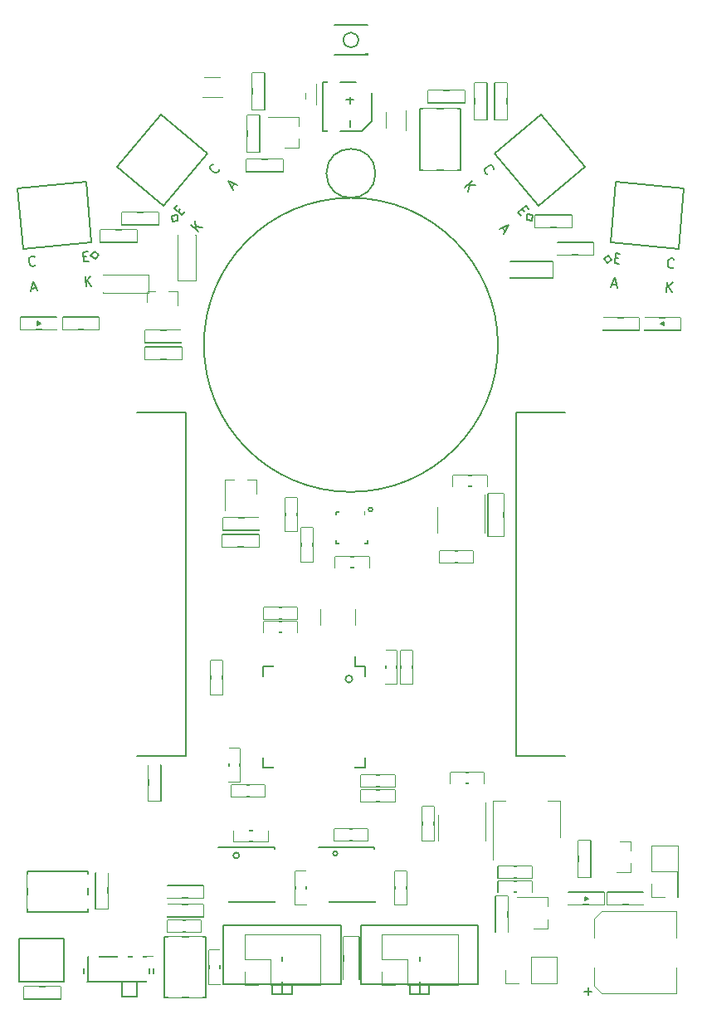
<source format=gto>
G04 #@! TF.GenerationSoftware,KiCad,Pcbnew,(5.0.0)*
G04 #@! TF.CreationDate,2019-01-08T13:39:35+09:00*
G04 #@! TF.ProjectId,novem,6E6F76656D2E6B696361645F70636200,rev?*
G04 #@! TF.SameCoordinates,PX3473bc0PY17d7840*
G04 #@! TF.FileFunction,Legend,Top*
G04 #@! TF.FilePolarity,Positive*
%FSLAX46Y46*%
G04 Gerber Fmt 4.6, Leading zero omitted, Abs format (unit mm)*
G04 Created by KiCad (PCBNEW (5.0.0)) date 01/08/19 13:39:35*
%MOMM*%
%LPD*%
G01*
G04 APERTURE LIST*
%ADD10C,0.200000*%
%ADD11C,0.150000*%
%ADD12C,0.120000*%
%ADD13C,0.050000*%
%ADD14R,1.400000X2.000000*%
%ADD15R,1.600000X1.150000*%
%ADD16R,2.000000X2.400000*%
%ADD17R,1.150000X1.600000*%
%ADD18R,1.600000X1.300000*%
%ADD19R,2.400000X2.200000*%
%ADD20R,1.200000X2.900000*%
%ADD21R,4.400000X2.900000*%
%ADD22O,2.100000X2.100000*%
%ADD23R,2.100000X2.100000*%
%ADD24C,2.200000*%
%ADD25C,0.100000*%
%ADD26R,1.200000X1.000000*%
%ADD27R,1.700000X1.300000*%
%ADD28R,2.300000X1.200000*%
%ADD29R,1.200000X2.300000*%
%ADD30R,1.300000X1.600000*%
%ADD31R,1.900000X1.700000*%
%ADD32R,1.700000X1.900000*%
%ADD33C,1.924000*%
%ADD34R,1.600000X1.200000*%
%ADD35R,1.100000X1.700000*%
%ADD36R,4.200000X2.400000*%
%ADD37R,1.900000X2.400000*%
%ADD38R,1.400000X0.600000*%
%ADD39R,0.600000X1.400000*%
%ADD40R,1.250000X1.250000*%
%ADD41O,1.250000X1.250000*%
%ADD42R,2.000000X0.650000*%
%ADD43R,0.650000X2.000000*%
%ADD44R,1.400000X0.800000*%
%ADD45C,1.150000*%
%ADD46R,1.100000X2.900000*%
%ADD47R,1.400000X2.900000*%
%ADD48R,2.400000X1.200000*%
%ADD49R,1.100000X1.900000*%
%ADD50R,1.400000X1.900000*%
%ADD51R,1.900000X1.650000*%
%ADD52R,1.650000X1.900000*%
%ADD53R,2.000000X1.400000*%
%ADD54R,2.400000X2.000000*%
%ADD55R,1.000000X3.000000*%
G04 APERTURE END LIST*
D10*
X36700000Y-49800000D02*
G75*
G03X36700000Y-49800000I-200000J0D01*
G01*
X34660555Y-67100000D02*
G75*
G03X34660555Y-67100000I-360555J0D01*
G01*
X33123607Y-84900000D02*
G75*
G03X33123607Y-84900000I-223607J0D01*
G01*
X23100000Y-85100000D02*
G75*
G03X23100000Y-85100000I-300000J0D01*
G01*
X37001999Y-15500000D02*
G75*
G03X37001999Y-15500000I-2501999J0D01*
G01*
X27500000Y-99257200D02*
X28500000Y-99257200D01*
X27500000Y-99257200D02*
X26500000Y-99257200D01*
X27500000Y-95257200D02*
X27500000Y-98257200D01*
X21500000Y-98257200D02*
X33500000Y-98257200D01*
X56350000Y-74923926D02*
X51350000Y-74923926D01*
X21500000Y-92257200D02*
X21500000Y-98257200D01*
X51350000Y-74923926D02*
X51350000Y-39923926D01*
X33500000Y-98257200D02*
X33500000Y-92257200D01*
X26500000Y-99257200D02*
X26500000Y-98257200D01*
X27500000Y-98257200D02*
X27500000Y-99257200D01*
X47500000Y-98257200D02*
X35500000Y-98257200D01*
X35500000Y-92257200D02*
X47500000Y-92257200D01*
X35500000Y-98257200D02*
X35500000Y-92257200D01*
X33500000Y-92257200D02*
X21500000Y-92257200D01*
X56350000Y-39923926D02*
X51350000Y-39923926D01*
X41500000Y-95257200D02*
X41500000Y-98257200D01*
X47500000Y-92257200D02*
X47500000Y-98257200D01*
X28500000Y-99257200D02*
X28500000Y-98257200D01*
X49500000Y-33007200D02*
G75*
G03X49500000Y-33007200I-15000000J0D01*
G01*
X15123174Y-9490197D02*
X10623661Y-14852508D01*
X7650000Y-98007200D02*
X7650000Y-95407200D01*
X15373136Y-18837792D02*
X10623661Y-14852508D01*
X7650000Y-95407200D02*
X14350000Y-95407200D01*
X7473363Y-16397110D02*
X500000Y-17007200D01*
X12650000Y-74923926D02*
X12800000Y-74923926D01*
X53876826Y-9490197D02*
X58376339Y-14852508D01*
X49127350Y-13475480D02*
X53876826Y-9490197D01*
X53626864Y-18837792D02*
X58376339Y-14852508D01*
X8013728Y-22573517D02*
X1040366Y-23183607D01*
X67959634Y-23183607D02*
X68500000Y-17007200D01*
X19872650Y-13475480D02*
X15373136Y-18837792D01*
X56350000Y-74923926D02*
X56200000Y-74923926D01*
X17650000Y-74923926D02*
X17650000Y-39923926D01*
X12650000Y-99507200D02*
X11150000Y-99507200D01*
X12650000Y-39923926D02*
X17650000Y-39923926D01*
X12650000Y-98007200D02*
X12650000Y-99507200D01*
X49127350Y-13475480D02*
X53626864Y-18837792D01*
X67959634Y-23183607D02*
X60986272Y-22573517D01*
X1040366Y-23183607D02*
X500000Y-17007200D01*
X11150000Y-99507200D02*
X11150000Y-98007200D01*
X12650000Y-74923926D02*
X17650000Y-74923926D01*
X14350000Y-98007200D02*
X14350000Y-95407200D01*
X61526637Y-16397110D02*
X68500000Y-17007200D01*
X60986272Y-22573517D02*
X61526637Y-16397110D01*
X19872650Y-13475480D02*
X15123174Y-9490197D01*
X8013728Y-22573517D02*
X7473363Y-16397110D01*
X41500000Y-99257200D02*
X42500000Y-99257200D01*
X40500000Y-99257200D02*
X40500000Y-98257200D01*
X41500000Y-98257200D02*
X41500000Y-99257200D01*
X42500000Y-99257200D02*
X42500000Y-98257200D01*
X41500000Y-99257200D02*
X40500000Y-99257200D01*
D11*
G04 #@! TO.C,SW3*
X15500000Y-93400000D02*
X19700000Y-93400000D01*
X15500000Y-99600000D02*
X15500000Y-93400000D01*
X19700000Y-99600000D02*
X15500000Y-99600000D01*
X19700000Y-93400000D02*
X19700000Y-99600000D01*
G04 #@! TO.C,C15*
X25585500Y-61228500D02*
X25585500Y-62371500D01*
X29014500Y-61228500D02*
X25585500Y-61228500D01*
X29014500Y-62371500D02*
X29014500Y-61228500D01*
X25585500Y-62371500D02*
X29014500Y-62371500D01*
G04 #@! TO.C,SW2*
X45700000Y-8950000D02*
X45700000Y-15150000D01*
X45700000Y-15150000D02*
X41500000Y-15150000D01*
X41500000Y-15150000D02*
X41500000Y-8950000D01*
X41500000Y-8950000D02*
X45700000Y-8950000D01*
D12*
G04 #@! TO.C,C7*
X38080000Y-9100000D02*
X38080000Y-11100000D01*
X40120000Y-11100000D02*
X40120000Y-9100000D01*
D11*
G04 #@! TO.C,C22*
X22028500Y-74185500D02*
X22028500Y-77614500D01*
X22028500Y-77614500D02*
X23171500Y-77614500D01*
X23171500Y-77614500D02*
X23171500Y-74185500D01*
X23171500Y-74185500D02*
X22028500Y-74185500D01*
G04 #@! TO.C,R10*
X19441500Y-90065000D02*
X19441500Y-91335000D01*
X15758500Y-90065000D02*
X15758500Y-91335000D01*
X19441500Y-91335000D02*
X15758500Y-91335000D01*
X15758500Y-90065000D02*
X19441500Y-90065000D01*
G04 #@! TO.C,C17*
X40171500Y-86685500D02*
X39028500Y-86685500D01*
X40171500Y-90114500D02*
X40171500Y-86685500D01*
X39028500Y-90114500D02*
X40171500Y-90114500D01*
X39028500Y-86685500D02*
X39028500Y-90114500D01*
G04 #@! TO.C,BZ1*
X31600000Y-11200000D02*
X31600000Y-6200000D01*
X36600000Y-10200000D02*
X35600000Y-11200000D01*
X35600000Y-11200000D02*
X33400000Y-11200000D01*
X32100000Y-6200000D02*
X31600000Y-6200000D01*
X32100000Y-11200000D02*
X31600000Y-11200000D01*
X35000000Y-6200000D02*
X33400000Y-6200000D01*
X36600000Y-7200000D02*
X36600000Y-10200000D01*
X34400000Y-7700000D02*
X34400000Y-8400000D01*
X34800000Y-8000000D02*
X34000000Y-8000000D01*
X34400000Y-10200000D02*
X34400000Y-10800000D01*
X34400000Y-10100000D02*
X34400000Y-10400000D01*
D12*
G04 #@! TO.C,C1*
X59310000Y-98430000D02*
X59310000Y-96510000D01*
X59310000Y-91570000D02*
X59310000Y-93490000D01*
X67690000Y-99190000D02*
X67690000Y-96510000D01*
X67690000Y-90810000D02*
X67690000Y-93490000D01*
X67690000Y-99190000D02*
X60070000Y-99190000D01*
X60070000Y-99190000D02*
X59310000Y-98430000D01*
X59310000Y-91570000D02*
X60070000Y-90810000D01*
X60070000Y-90810000D02*
X67690000Y-90810000D01*
D11*
G04 #@! TO.C,C2*
X52964500Y-88871500D02*
X52964500Y-87728500D01*
X49535500Y-88871500D02*
X52964500Y-88871500D01*
X49535500Y-87728500D02*
X49535500Y-88871500D01*
X52964500Y-87728500D02*
X49535500Y-87728500D01*
G04 #@! TO.C,C3*
X52964500Y-86228500D02*
X49535500Y-86228500D01*
X49535500Y-86228500D02*
X49535500Y-87371500D01*
X49535500Y-87371500D02*
X52964500Y-87371500D01*
X52964500Y-87371500D02*
X52964500Y-86228500D01*
G04 #@! TO.C,C9*
X32935500Y-54628500D02*
X32935500Y-55771500D01*
X36364500Y-54628500D02*
X32935500Y-54628500D01*
X36364500Y-55771500D02*
X36364500Y-54628500D01*
X32935500Y-55771500D02*
X36364500Y-55771500D01*
G04 #@! TO.C,C10*
X28971500Y-48585500D02*
X27828500Y-48585500D01*
X28971500Y-52014500D02*
X28971500Y-48585500D01*
X27828500Y-52014500D02*
X28971500Y-52014500D01*
X27828500Y-48585500D02*
X27828500Y-52014500D01*
G04 #@! TO.C,C11*
X29971500Y-86685500D02*
X28828500Y-86685500D01*
X29971500Y-90114500D02*
X29971500Y-86685500D01*
X28828500Y-90114500D02*
X29971500Y-90114500D01*
X28828500Y-86685500D02*
X28828500Y-90114500D01*
G04 #@! TO.C,C12*
X22585500Y-82528500D02*
X22585500Y-83671500D01*
X26014500Y-82528500D02*
X22585500Y-82528500D01*
X26014500Y-83671500D02*
X26014500Y-82528500D01*
X22585500Y-83671500D02*
X26014500Y-83671500D01*
G04 #@! TO.C,C13*
X29428500Y-51685500D02*
X29428500Y-55114500D01*
X29428500Y-55114500D02*
X30571500Y-55114500D01*
X30571500Y-55114500D02*
X30571500Y-51685500D01*
X30571500Y-51685500D02*
X29428500Y-51685500D01*
G04 #@! TO.C,C14*
X21171500Y-94785500D02*
X20028500Y-94785500D01*
X21171500Y-98214500D02*
X21171500Y-94785500D01*
X20028500Y-98214500D02*
X21171500Y-98214500D01*
X20028500Y-94785500D02*
X20028500Y-98214500D01*
G04 #@! TO.C,C16*
X25585500Y-60971500D02*
X29014500Y-60971500D01*
X29014500Y-60971500D02*
X29014500Y-59828500D01*
X29014500Y-59828500D02*
X25585500Y-59828500D01*
X25585500Y-59828500D02*
X25585500Y-60971500D01*
G04 #@! TO.C,C18*
X32785500Y-83571500D02*
X36214500Y-83571500D01*
X36214500Y-83571500D02*
X36214500Y-82428500D01*
X36214500Y-82428500D02*
X32785500Y-82428500D01*
X32785500Y-82428500D02*
X32785500Y-83571500D01*
G04 #@! TO.C,C19*
X38028500Y-64185500D02*
X38028500Y-67614500D01*
X38028500Y-67614500D02*
X39171500Y-67614500D01*
X39171500Y-67614500D02*
X39171500Y-64185500D01*
X39171500Y-64185500D02*
X38028500Y-64185500D01*
G04 #@! TO.C,C20*
X40771500Y-64185500D02*
X39628500Y-64185500D01*
X40771500Y-67614500D02*
X40771500Y-64185500D01*
X39628500Y-67614500D02*
X40771500Y-67614500D01*
X39628500Y-64185500D02*
X39628500Y-67614500D01*
G04 #@! TO.C,C21*
X20238500Y-68664500D02*
X21381500Y-68664500D01*
X20238500Y-65235500D02*
X20238500Y-68664500D01*
X21381500Y-65235500D02*
X20238500Y-65235500D01*
X21381500Y-68664500D02*
X21381500Y-65235500D01*
G04 #@! TO.C,C23*
X25714500Y-77928500D02*
X22285500Y-77928500D01*
X22285500Y-77928500D02*
X22285500Y-79071500D01*
X22285500Y-79071500D02*
X25714500Y-79071500D01*
X25714500Y-79071500D02*
X25714500Y-77928500D01*
G04 #@! TO.C,C24*
X38964500Y-78071500D02*
X38964500Y-76928500D01*
X35535500Y-78071500D02*
X38964500Y-78071500D01*
X35535500Y-76928500D02*
X35535500Y-78071500D01*
X38964500Y-76928500D02*
X35535500Y-76928500D01*
G04 #@! TO.C,C25*
X38964500Y-78428500D02*
X35535500Y-78428500D01*
X35535500Y-78428500D02*
X35535500Y-79571500D01*
X35535500Y-79571500D02*
X38964500Y-79571500D01*
X38964500Y-79571500D02*
X38964500Y-78428500D01*
D12*
G04 #@! TO.C,CN1*
X50270000Y-98130000D02*
X50270000Y-96800000D01*
X51600000Y-98130000D02*
X50270000Y-98130000D01*
X52870000Y-98130000D02*
X52870000Y-95470000D01*
X52870000Y-95470000D02*
X55470000Y-95470000D01*
X52870000Y-98130000D02*
X55470000Y-98130000D01*
X55470000Y-98130000D02*
X55470000Y-95470000D01*
D11*
G04 #@! TO.C,D3*
X60341500Y-88865000D02*
X56658500Y-88865000D01*
X60341500Y-88865000D02*
X60341500Y-90135000D01*
X60341500Y-90135000D02*
X56722000Y-90135000D01*
X56722000Y-90135000D02*
X56658500Y-90135000D01*
X56658500Y-90135000D02*
X56658500Y-88865000D01*
X58627000Y-89500000D02*
X58373000Y-89500000D01*
X58373000Y-89690500D02*
X58690500Y-89500000D01*
X58690500Y-89500000D02*
X58373000Y-89309500D01*
X58373000Y-89309500D02*
X58373000Y-89690500D01*
D12*
G04 #@! TO.C,D6*
X30970000Y-6350000D02*
X30970000Y-8450000D01*
X29830000Y-6350000D02*
X29830000Y-8450000D01*
X30970000Y-6350000D02*
X29830000Y-6350000D01*
D11*
G04 #@! TO.C,D7*
X2523000Y-30609500D02*
X2523000Y-30990500D01*
X2840500Y-30800000D02*
X2523000Y-30609500D01*
X2523000Y-30990500D02*
X2840500Y-30800000D01*
X2777000Y-30800000D02*
X2523000Y-30800000D01*
X808500Y-31435000D02*
X808500Y-30165000D01*
X872000Y-31435000D02*
X808500Y-31435000D01*
X4491500Y-31435000D02*
X872000Y-31435000D01*
X4491500Y-30165000D02*
X4491500Y-31435000D01*
X4491500Y-30165000D02*
X808500Y-30165000D01*
G04 #@! TO.C,D8*
X66427000Y-31040500D02*
X66427000Y-30659500D01*
X66109500Y-30850000D02*
X66427000Y-31040500D01*
X66427000Y-30659500D02*
X66109500Y-30850000D01*
X66173000Y-30850000D02*
X66427000Y-30850000D01*
X68141500Y-30215000D02*
X68141500Y-31485000D01*
X68078000Y-30215000D02*
X68141500Y-30215000D01*
X64458500Y-30215000D02*
X68078000Y-30215000D01*
X64458500Y-31485000D02*
X64458500Y-30215000D01*
X64458500Y-31485000D02*
X68141500Y-31485000D01*
G04 #@! TO.C,D9*
X32800000Y-400000D02*
X36200000Y-400000D01*
X36200000Y-3400000D02*
X32800000Y-3400000D01*
X35261577Y-1900000D02*
G75*
G03X35261577Y-1900000I-761577J0D01*
G01*
X36000000Y-3400000D02*
X36200000Y-3200000D01*
X36200000Y-3400000D02*
X35946000Y-3400000D01*
X36200000Y-3146000D02*
X35946000Y-3400000D01*
X36200000Y-3400000D02*
X36200000Y-3146000D01*
D12*
G04 #@! TO.C,Q1*
X54560000Y-92530000D02*
X53100000Y-92530000D01*
X54560000Y-89370000D02*
X51400000Y-89370000D01*
X54560000Y-89370000D02*
X54560000Y-90300000D01*
X54560000Y-92530000D02*
X54560000Y-91600000D01*
G04 #@! TO.C,Q2*
X16820000Y-27550000D02*
X15890000Y-27550000D01*
X13660000Y-27550000D02*
X14590000Y-27550000D01*
X13660000Y-27550000D02*
X13660000Y-30710000D01*
X16820000Y-27550000D02*
X16820000Y-29010000D01*
G04 #@! TO.C,Q3*
X24830000Y-46740000D02*
X24830000Y-48200000D01*
X21670000Y-46740000D02*
X21670000Y-49900000D01*
X21670000Y-46740000D02*
X22600000Y-46740000D01*
X24830000Y-46740000D02*
X23900000Y-46740000D01*
D11*
G04 #@! TO.C,Q4*
X60615221Y-23951377D02*
X60290216Y-24224089D01*
X60290216Y-24224089D02*
X60653832Y-24657429D01*
X60653832Y-24657429D02*
X61087172Y-24293813D01*
X61087172Y-24293813D02*
X60723556Y-23860473D01*
X60723556Y-23860473D02*
X60290216Y-24224089D01*
G04 #@! TO.C,Q5*
X16216524Y-19823295D02*
X16265827Y-20386827D01*
X16780057Y-19773992D02*
X16216524Y-19823295D01*
X16829359Y-20337525D02*
X16780057Y-19773992D01*
X16265827Y-20386827D02*
X16829359Y-20337525D01*
X16228850Y-19964178D02*
X16265827Y-20386827D01*
G04 #@! TO.C,Q6*
X52571150Y-20264178D02*
X52993800Y-20301155D01*
X52993800Y-20301155D02*
X53043103Y-19737622D01*
X53043103Y-19737622D02*
X52479570Y-19688319D01*
X52479570Y-19688319D02*
X52430267Y-20251852D01*
X52430267Y-20251852D02*
X52993800Y-20301155D01*
G04 #@! TO.C,Q7*
X8393875Y-24259712D02*
X8757490Y-23826372D01*
X7960535Y-23896096D02*
X8393875Y-24259712D01*
X8324150Y-23462756D02*
X7960535Y-23896096D01*
X8757490Y-23826372D02*
X8324150Y-23462756D01*
X8484779Y-24151377D02*
X8757490Y-23826372D01*
D12*
G04 #@! TO.C,Q8*
X29200000Y-12930000D02*
X27740000Y-12930000D01*
X29200000Y-9770000D02*
X26040000Y-9770000D01*
X29200000Y-9770000D02*
X29200000Y-10700000D01*
X29200000Y-12930000D02*
X29200000Y-12000000D01*
G04 #@! TO.C,Q9*
X63060000Y-86830000D02*
X63060000Y-85900000D01*
X63060000Y-83670000D02*
X63060000Y-84600000D01*
X63060000Y-83670000D02*
X59900000Y-83670000D01*
X63060000Y-86830000D02*
X61600000Y-86830000D01*
D11*
G04 #@! TO.C,R1*
X17211500Y-33225000D02*
X17211500Y-34495000D01*
X13528500Y-33225000D02*
X13528500Y-34495000D01*
X17211500Y-34495000D02*
X13528500Y-34495000D01*
X13528500Y-33225000D02*
X17211500Y-33225000D01*
G04 #@! TO.C,R2*
X50535000Y-92941500D02*
X49265000Y-92941500D01*
X50535000Y-89258500D02*
X49265000Y-89258500D01*
X49265000Y-92941500D02*
X49265000Y-89258500D01*
X50535000Y-89258500D02*
X50535000Y-92941500D01*
G04 #@! TO.C,R3*
X13508500Y-31495000D02*
X17191500Y-31495000D01*
X17191500Y-32765000D02*
X13508500Y-32765000D01*
X13508500Y-31495000D02*
X13508500Y-32765000D01*
X17191500Y-31495000D02*
X17191500Y-32765000D01*
D13*
G04 #@! TO.C,R4*
X9160000Y-25870000D02*
X13860000Y-25870000D01*
X9160000Y-25870000D02*
X9160000Y-27670000D01*
X13860000Y-27670000D02*
X13860000Y-25870000D01*
X13860000Y-27670000D02*
X9160000Y-27670000D01*
D11*
G04 #@! TO.C,R5*
X64341500Y-88865000D02*
X64341500Y-90135000D01*
X60658500Y-88865000D02*
X60658500Y-90135000D01*
X64341500Y-90135000D02*
X60658500Y-90135000D01*
X60658500Y-88865000D02*
X64341500Y-88865000D01*
G04 #@! TO.C,R6*
X21408500Y-52365000D02*
X25091500Y-52365000D01*
X25091500Y-53635000D02*
X21408500Y-53635000D01*
X21408500Y-52365000D02*
X21408500Y-53635000D01*
X25091500Y-52365000D02*
X25091500Y-53635000D01*
G04 #@! TO.C,R7*
X25141500Y-50615000D02*
X25141500Y-51885000D01*
X21458500Y-50615000D02*
X21458500Y-51885000D01*
X25141500Y-51885000D02*
X21458500Y-51885000D01*
X21458500Y-50615000D02*
X25141500Y-50615000D01*
D13*
G04 #@! TO.C,R8*
X18650000Y-21750000D02*
X18650000Y-26450000D01*
X18650000Y-21750000D02*
X16850000Y-21750000D01*
X16850000Y-26450000D02*
X18650000Y-26450000D01*
X16850000Y-26450000D02*
X16850000Y-21750000D01*
D11*
G04 #@! TO.C,R11*
X59241500Y-23835000D02*
X55558500Y-23835000D01*
X55558500Y-22565000D02*
X59241500Y-22565000D01*
X59241500Y-23835000D02*
X59241500Y-22565000D01*
X55558500Y-23835000D02*
X55558500Y-22565000D01*
G04 #@! TO.C,R12*
X14841500Y-20735000D02*
X11158500Y-20735000D01*
X11158500Y-19465000D02*
X14841500Y-19465000D01*
X14841500Y-20735000D02*
X14841500Y-19465000D01*
X11158500Y-20735000D02*
X11158500Y-19465000D01*
G04 #@! TO.C,R13*
X27561500Y-14035000D02*
X27561500Y-15305000D01*
X23878500Y-14035000D02*
X23878500Y-15305000D01*
X27561500Y-15305000D02*
X23878500Y-15305000D01*
X23878500Y-14035000D02*
X27561500Y-14035000D01*
G04 #@! TO.C,R14*
X23905000Y-9608500D02*
X25175000Y-9608500D01*
X23905000Y-13291500D02*
X25175000Y-13291500D01*
X25175000Y-9608500D02*
X25175000Y-13291500D01*
X23905000Y-13291500D02*
X23905000Y-9608500D01*
G04 #@! TO.C,R15*
X56991500Y-19765000D02*
X56991500Y-21035000D01*
X53308500Y-19765000D02*
X53308500Y-21035000D01*
X56991500Y-21035000D02*
X53308500Y-21035000D01*
X53308500Y-19765000D02*
X56991500Y-19765000D01*
G04 #@! TO.C,R16*
X12641500Y-21265000D02*
X12641500Y-22535000D01*
X8958500Y-21265000D02*
X8958500Y-22535000D01*
X12641500Y-22535000D02*
X8958500Y-22535000D01*
X8958500Y-21265000D02*
X12641500Y-21265000D01*
G04 #@! TO.C,R17*
X46091500Y-8285000D02*
X42408500Y-8285000D01*
X42408500Y-7015000D02*
X46091500Y-7015000D01*
X46091500Y-8285000D02*
X46091500Y-7015000D01*
X42408500Y-8285000D02*
X42408500Y-7015000D01*
G04 #@! TO.C,R18*
X48385000Y-6308500D02*
X48385000Y-9991500D01*
X47115000Y-9991500D02*
X47115000Y-6308500D01*
X48385000Y-6308500D02*
X47115000Y-6308500D01*
X48385000Y-9991500D02*
X47115000Y-9991500D01*
G04 #@! TO.C,R19*
X50435000Y-9991500D02*
X49165000Y-9991500D01*
X50435000Y-6308500D02*
X49165000Y-6308500D01*
X49165000Y-9991500D02*
X49165000Y-6308500D01*
X50435000Y-6308500D02*
X50435000Y-9991500D01*
G04 #@! TO.C,R20*
X5108500Y-31435000D02*
X5108500Y-30165000D01*
X8791500Y-31435000D02*
X8791500Y-30165000D01*
X5108500Y-30165000D02*
X8791500Y-30165000D01*
X8791500Y-31435000D02*
X5108500Y-31435000D01*
G04 #@! TO.C,R21*
X60208500Y-30215000D02*
X63891500Y-30215000D01*
X63891500Y-31485000D02*
X60208500Y-31485000D01*
X60208500Y-30215000D02*
X60208500Y-31485000D01*
X63891500Y-30215000D02*
X63891500Y-31485000D01*
G04 #@! TO.C,R22*
X25685000Y-5308500D02*
X25685000Y-8991500D01*
X24415000Y-8991500D02*
X24415000Y-5308500D01*
X25685000Y-5308500D02*
X24415000Y-5308500D01*
X25685000Y-8991500D02*
X24415000Y-8991500D01*
G04 #@! TO.C,R23*
X1158500Y-98465000D02*
X4841500Y-98465000D01*
X4841500Y-99735000D02*
X1158500Y-99735000D01*
X1158500Y-98465000D02*
X1158500Y-99735000D01*
X4841500Y-98465000D02*
X4841500Y-99735000D01*
G04 #@! TO.C,R24*
X13815000Y-79541500D02*
X13815000Y-75858500D01*
X15085000Y-75858500D02*
X15085000Y-79541500D01*
X13815000Y-79541500D02*
X15085000Y-79541500D01*
X13815000Y-75858500D02*
X15085000Y-75858500D01*
G04 #@! TO.C,R25*
X58935000Y-87291500D02*
X57665000Y-87291500D01*
X58935000Y-83608500D02*
X57665000Y-83608500D01*
X57665000Y-87291500D02*
X57665000Y-83608500D01*
X58935000Y-83608500D02*
X58935000Y-87291500D01*
G04 #@! TO.C,SW1*
X13950000Y-96600000D02*
X13950000Y-97200000D01*
X7250000Y-96600000D02*
X7250000Y-97200000D01*
X7550000Y-98000000D02*
X13650000Y-98000000D01*
D12*
G04 #@! TO.C,U1*
X23670000Y-98330000D02*
X23670000Y-97000000D01*
X25000000Y-98330000D02*
X23670000Y-98330000D01*
X23670000Y-95730000D02*
X23670000Y-93130000D01*
X26270000Y-95730000D02*
X23670000Y-95730000D01*
X26270000Y-98330000D02*
X26270000Y-95730000D01*
X23670000Y-93130000D02*
X31410000Y-93130000D01*
X26270000Y-98330000D02*
X31410000Y-98330000D01*
X31410000Y-98330000D02*
X31410000Y-93130000D01*
G04 #@! TO.C,U2*
X45410000Y-98330000D02*
X45410000Y-93130000D01*
X40270000Y-98330000D02*
X45410000Y-98330000D01*
X37670000Y-93130000D02*
X45410000Y-93130000D01*
X40270000Y-98330000D02*
X40270000Y-95730000D01*
X40270000Y-95730000D02*
X37670000Y-95730000D01*
X37670000Y-95730000D02*
X37670000Y-93130000D01*
X39000000Y-98330000D02*
X37670000Y-98330000D01*
X37670000Y-98330000D02*
X37670000Y-97000000D01*
G04 #@! TO.C,U3*
X55810000Y-79490000D02*
X54550000Y-79490000D01*
X48990000Y-79490000D02*
X50250000Y-79490000D01*
X55810000Y-83250000D02*
X55810000Y-79490000D01*
X48990000Y-85500000D02*
X48990000Y-79490000D01*
D11*
G04 #@! TO.C,U5*
X35900000Y-49950000D02*
X35900000Y-50350000D01*
X36200000Y-53250000D02*
X36200000Y-52850000D01*
X36200000Y-53250000D02*
X35800000Y-53250000D01*
X33000000Y-53250000D02*
X33000000Y-52850000D01*
X33000000Y-53250000D02*
X33400000Y-53250000D01*
X33000000Y-50050000D02*
X33000000Y-50450000D01*
X33000000Y-50050000D02*
X33400000Y-50050000D01*
G04 #@! TO.C,U8*
X5200000Y-93600000D02*
X5200000Y-94000000D01*
X600000Y-93600000D02*
X5200000Y-93600000D01*
X5200000Y-98000000D02*
X5200000Y-93700000D01*
X600000Y-98000000D02*
X5200000Y-98000000D01*
X600000Y-95800000D02*
X600000Y-93600000D01*
X600000Y-95800000D02*
X600000Y-98000000D01*
G04 #@! TO.C,U9*
X34925000Y-65825000D02*
X34925000Y-64800000D01*
X35925000Y-76175000D02*
X35925000Y-75100000D01*
X25575000Y-76175000D02*
X25575000Y-75100000D01*
X25575000Y-65825000D02*
X25575000Y-66900000D01*
X35925000Y-65825000D02*
X35925000Y-66900000D01*
X25575000Y-65825000D02*
X26650000Y-65825000D01*
X25575000Y-76175000D02*
X26650000Y-76175000D01*
X35925000Y-76175000D02*
X34850000Y-76175000D01*
X35925000Y-65825000D02*
X34925000Y-65825000D01*
G04 #@! TO.C,U6*
X26700000Y-84300000D02*
X26700000Y-84400000D01*
X26725000Y-89825000D02*
X26725000Y-89800000D01*
X22075000Y-89825000D02*
X22075000Y-89800000D01*
X21000000Y-84300000D02*
X26700000Y-84300000D01*
X22075000Y-89825000D02*
X26725000Y-89825000D01*
G04 #@! TO.C,U10*
X36900000Y-84300000D02*
X36900000Y-84400000D01*
X36925000Y-89825000D02*
X36925000Y-89800000D01*
X32275000Y-89825000D02*
X32275000Y-89800000D01*
X31200000Y-84300000D02*
X36900000Y-84300000D01*
X32275000Y-89825000D02*
X36925000Y-89825000D01*
D12*
G04 #@! TO.C,J1*
X65170000Y-89330000D02*
X65170000Y-88000000D01*
X66500000Y-89330000D02*
X65170000Y-89330000D01*
X65170000Y-86730000D02*
X65170000Y-84130000D01*
X67770000Y-86730000D02*
X65170000Y-86730000D01*
X67770000Y-89330000D02*
X67770000Y-86730000D01*
X65170000Y-84130000D02*
X67830000Y-84130000D01*
X67770000Y-89330000D02*
X67830000Y-89330000D01*
X67830000Y-89330000D02*
X67830000Y-84130000D01*
D11*
G04 #@! TO.C,R9*
X19441500Y-89435000D02*
X15758500Y-89435000D01*
X15758500Y-88165000D02*
X19441500Y-88165000D01*
X19441500Y-89435000D02*
X19441500Y-88165000D01*
X15758500Y-89435000D02*
X15758500Y-88165000D01*
G04 #@! TO.C,C4*
X19214500Y-92871500D02*
X19214500Y-91728500D01*
X15785500Y-92871500D02*
X19214500Y-92871500D01*
X15785500Y-91728500D02*
X15785500Y-92871500D01*
X19214500Y-91728500D02*
X15785500Y-91728500D01*
G04 #@! TO.C,C8*
X48064500Y-77771500D02*
X48064500Y-76628500D01*
X44635500Y-77771500D02*
X48064500Y-77771500D01*
X44635500Y-76628500D02*
X44635500Y-77771500D01*
X48064500Y-76628500D02*
X44635500Y-76628500D01*
G04 #@! TO.C,C27*
X41828500Y-80135500D02*
X41828500Y-83564500D01*
X41828500Y-83564500D02*
X42971500Y-83564500D01*
X42971500Y-83564500D02*
X42971500Y-80135500D01*
X42971500Y-80135500D02*
X41828500Y-80135500D01*
G04 #@! TO.C,C28*
X48364500Y-47471500D02*
X48364500Y-46328500D01*
X44935500Y-47471500D02*
X48364500Y-47471500D01*
X44935500Y-46328500D02*
X44935500Y-47471500D01*
X48364500Y-46328500D02*
X44935500Y-46328500D01*
G04 #@! TO.C,C29*
X43535500Y-55221500D02*
X46964500Y-55221500D01*
X46964500Y-55221500D02*
X46964500Y-54078500D01*
X46964500Y-54078500D02*
X43535500Y-54078500D01*
X43535500Y-54078500D02*
X43535500Y-55221500D01*
D12*
G04 #@! TO.C,U4*
X43400000Y-83550000D02*
X43400000Y-80950000D01*
X48200000Y-79650000D02*
X48200000Y-83550000D01*
G04 #@! TO.C,U11*
X43350000Y-52175000D02*
X43350000Y-49575000D01*
X48150000Y-48275000D02*
X48150000Y-52175000D01*
D11*
G04 #@! TO.C,C26*
X50741000Y-26175500D02*
X55059000Y-26175500D01*
X55059000Y-26175500D02*
X55059000Y-24524500D01*
X55059000Y-24524500D02*
X50741000Y-24524500D01*
X50741000Y-24524500D02*
X50741000Y-26175500D01*
G04 #@! TO.C,C6*
X50125500Y-52509000D02*
X50125500Y-48191000D01*
X50125500Y-48191000D02*
X48474500Y-48191000D01*
X48474500Y-48191000D02*
X48474500Y-52509000D01*
X48474500Y-52509000D02*
X50125500Y-52509000D01*
G04 #@! TO.C,R26*
X8465000Y-90541500D02*
X8465000Y-86858500D01*
X9735000Y-86858500D02*
X9735000Y-90541500D01*
X8465000Y-90541500D02*
X9735000Y-90541500D01*
X8465000Y-86858500D02*
X9735000Y-86858500D01*
G04 #@! TO.C,SW4*
X7700000Y-90900000D02*
X1500000Y-90900000D01*
X1500000Y-90900000D02*
X1500000Y-86700000D01*
X1500000Y-86700000D02*
X7700000Y-86700000D01*
X7700000Y-86700000D02*
X7700000Y-90900000D01*
G04 #@! TO.C,C5*
X33724500Y-93441000D02*
X33724500Y-97759000D01*
X33724500Y-97759000D02*
X35375500Y-97759000D01*
X35375500Y-97759000D02*
X35375500Y-93441000D01*
X35375500Y-93441000D02*
X33724500Y-93441000D01*
D12*
G04 #@! TO.C,C30*
X19360000Y-7760000D02*
X21360000Y-7760000D01*
X21360000Y-5720000D02*
X19360000Y-5720000D01*
D11*
G04 #@! TO.C,U7*
X31500000Y-61600000D02*
X31500000Y-60000000D01*
X34900000Y-61600000D02*
X34900000Y-60000000D01*
G04 #@! TO.C,C1*
X58339047Y-98981428D02*
X59100952Y-98981428D01*
X58720000Y-99362380D02*
X58720000Y-98600476D01*
G04 #@! TO.C,D1*
X18966925Y-21418887D02*
X18200881Y-20776099D01*
X19334232Y-20981147D02*
X18621012Y-20942145D01*
X18568188Y-20338360D02*
X18638621Y-21143407D01*
X22355257Y-16936338D02*
X22661346Y-16571555D01*
X22512909Y-17192949D02*
X21961127Y-16294813D01*
X22941434Y-16682252D01*
G04 #@! TO.C,D2*
X1895711Y-27250220D02*
X2370090Y-27208718D01*
X1825737Y-27543148D02*
X2070646Y-26517901D01*
X2489867Y-27485044D01*
X7463630Y-27049897D02*
X7376474Y-26053702D01*
X8032884Y-27000093D02*
X7556140Y-26468192D01*
X7945728Y-26003899D02*
X7426278Y-26622956D01*
G04 #@! TO.C,D4*
X46104478Y-16936970D02*
X46870523Y-16294182D01*
X46471786Y-17374709D02*
X46634045Y-16679097D01*
X47237830Y-16731922D02*
X46432783Y-16661489D01*
X49930550Y-21052211D02*
X50236639Y-21416994D01*
X49650462Y-21162908D02*
X50630769Y-20775469D01*
X50078987Y-21673605D01*
G04 #@! TO.C,D5*
X61163173Y-26821692D02*
X61637552Y-26863194D01*
X61043396Y-27098018D02*
X61462617Y-26130875D01*
X61707526Y-27156122D01*
X66681289Y-27591270D02*
X66768445Y-26595075D01*
X67250543Y-27641073D02*
X66873406Y-27034466D01*
X67337699Y-26644878D02*
X66718641Y-27164329D01*
G04 #@! TO.C,Q4*
X67400083Y-25104246D02*
X67348495Y-25147534D01*
X67202032Y-25182521D01*
X67107156Y-25174220D01*
X66968993Y-25114331D01*
X66882417Y-25011155D01*
X66843280Y-24912129D01*
X66812443Y-24718228D01*
X66824894Y-24575914D01*
X66888933Y-24390313D01*
X66944672Y-24299588D01*
X67047848Y-24213012D01*
X67194312Y-24178025D01*
X67289187Y-24186326D01*
X67427351Y-24246215D01*
X67470638Y-24297803D01*
X61436548Y-24152296D02*
X61768613Y-24181347D01*
X61865273Y-24715615D02*
X61390895Y-24674112D01*
X61478050Y-23677917D01*
X61952429Y-23719420D01*
G04 #@! TO.C,Q5*
X16864527Y-19406627D02*
X17078789Y-19151279D01*
X17571878Y-19378543D02*
X17265788Y-19743326D01*
X16499744Y-19100538D01*
X16805833Y-18735755D01*
X21064862Y-15067602D02*
X21070731Y-15134689D01*
X21015383Y-15274733D01*
X20954165Y-15347689D01*
X20825860Y-15426515D01*
X20691685Y-15438254D01*
X20588120Y-15413514D01*
X20411598Y-15327557D01*
X20302163Y-15235730D01*
X20186858Y-15076816D01*
X20144511Y-14979120D01*
X20132772Y-14844945D01*
X20188120Y-14704902D01*
X20249338Y-14631945D01*
X20377643Y-14553119D01*
X20444731Y-14547250D01*
G04 #@! TO.C,Q6*
X48439470Y-15584704D02*
X48372383Y-15578835D01*
X48244078Y-15500009D01*
X48182860Y-15427053D01*
X48127512Y-15287009D01*
X48139250Y-15152834D01*
X48181598Y-15055138D01*
X48296902Y-14896224D01*
X48406337Y-14804397D01*
X48582859Y-14718440D01*
X48686425Y-14693700D01*
X48820599Y-14705439D01*
X48948904Y-14784265D01*
X49010122Y-14857222D01*
X49065471Y-14997265D01*
X49059601Y-15064353D01*
X51966409Y-19121208D02*
X52180671Y-19376556D01*
X51871237Y-19822689D02*
X51565147Y-19457906D01*
X52331192Y-18815118D01*
X52637281Y-19179901D01*
G04 #@! TO.C,Q7*
X7201647Y-23991171D02*
X7533712Y-23962119D01*
X7721678Y-24471485D02*
X7247300Y-24512987D01*
X7160144Y-23516793D01*
X7634522Y-23475290D01*
X2281745Y-24851815D02*
X2238457Y-24903403D01*
X2100294Y-24963291D01*
X2005418Y-24971592D01*
X1858954Y-24936605D01*
X1755778Y-24850030D01*
X1700040Y-24759304D01*
X1636001Y-24573703D01*
X1623550Y-24431390D01*
X1654387Y-24237488D01*
X1693524Y-24138462D01*
X1780099Y-24035286D01*
X1918262Y-23975397D01*
X2013138Y-23967097D01*
X2159602Y-24002084D01*
X2211190Y-24045371D01*
G04 #@! TD*
%LPC*%
D14*
G04 #@! TO.C,SW3*
X16525000Y-98600000D03*
X16525000Y-94400000D03*
X18675000Y-98600000D03*
X18675000Y-94400000D03*
G04 #@! TD*
D15*
G04 #@! TO.C,C15*
X28250000Y-61800000D03*
X26350000Y-61800000D03*
G04 #@! TD*
D14*
G04 #@! TO.C,SW2*
X44675000Y-9950000D03*
X44675000Y-14150000D03*
X42525000Y-9950000D03*
X42525000Y-14150000D03*
G04 #@! TD*
D16*
G04 #@! TO.C,C7*
X39100000Y-12100000D03*
X39100000Y-8100000D03*
G04 #@! TD*
D17*
G04 #@! TO.C,C22*
X22600000Y-74950000D03*
X22600000Y-76850000D03*
G04 #@! TD*
D18*
G04 #@! TO.C,R10*
X18700000Y-90700000D03*
X16500000Y-90700000D03*
G04 #@! TD*
D17*
G04 #@! TO.C,C17*
X39600000Y-89350000D03*
X39600000Y-87450000D03*
G04 #@! TD*
D19*
G04 #@! TO.C,BZ1*
X36300000Y-6200000D03*
D20*
X32750000Y-11200000D03*
X32750000Y-6200000D03*
G04 #@! TD*
D21*
G04 #@! TO.C,C1*
X60450000Y-95000000D03*
X66550000Y-95000000D03*
G04 #@! TD*
D15*
G04 #@! TO.C,C2*
X50300000Y-88300000D03*
X52200000Y-88300000D03*
G04 #@! TD*
G04 #@! TO.C,C3*
X52200000Y-86800000D03*
X50300000Y-86800000D03*
G04 #@! TD*
G04 #@! TO.C,C9*
X35600000Y-55200000D03*
X33700000Y-55200000D03*
G04 #@! TD*
D17*
G04 #@! TO.C,C10*
X28400000Y-51250000D03*
X28400000Y-49350000D03*
G04 #@! TD*
G04 #@! TO.C,C11*
X29400000Y-89350000D03*
X29400000Y-87450000D03*
G04 #@! TD*
D15*
G04 #@! TO.C,C12*
X25250000Y-83100000D03*
X23350000Y-83100000D03*
G04 #@! TD*
D17*
G04 #@! TO.C,C13*
X30000000Y-52450000D03*
X30000000Y-54350000D03*
G04 #@! TD*
G04 #@! TO.C,C14*
X20600000Y-97450000D03*
X20600000Y-95550000D03*
G04 #@! TD*
D15*
G04 #@! TO.C,C16*
X26350000Y-60400000D03*
X28250000Y-60400000D03*
G04 #@! TD*
G04 #@! TO.C,C18*
X33550000Y-83000000D03*
X35450000Y-83000000D03*
G04 #@! TD*
D17*
G04 #@! TO.C,C19*
X38600000Y-64950000D03*
X38600000Y-66850000D03*
G04 #@! TD*
G04 #@! TO.C,C20*
X40200000Y-66850000D03*
X40200000Y-64950000D03*
G04 #@! TD*
G04 #@! TO.C,C21*
X20810000Y-66000000D03*
X20810000Y-67900000D03*
G04 #@! TD*
D15*
G04 #@! TO.C,C23*
X24950000Y-78500000D03*
X23050000Y-78500000D03*
G04 #@! TD*
G04 #@! TO.C,C24*
X36300000Y-77500000D03*
X38200000Y-77500000D03*
G04 #@! TD*
G04 #@! TO.C,C25*
X38200000Y-79000000D03*
X36300000Y-79000000D03*
G04 #@! TD*
D22*
G04 #@! TO.C,CN1*
X54140000Y-96800000D03*
D23*
X51600000Y-96800000D03*
G04 #@! TD*
D24*
G04 #@! TO.C,D1*
X21401019Y-17814268D03*
D25*
G36*
X21265436Y-16264553D02*
X22950734Y-17678685D01*
X21536602Y-19363983D01*
X19851304Y-17949851D01*
X21265436Y-16264553D01*
X21265436Y-16264553D01*
G37*
D24*
X19768339Y-19760021D03*
G04 #@! TD*
G04 #@! TO.C,D2*
X6166910Y-26709236D03*
X3636576Y-26930612D03*
D25*
G36*
X2636633Y-28122297D02*
X2444891Y-25930669D01*
X4636519Y-25738927D01*
X4828261Y-27930555D01*
X2636633Y-28122297D01*
X2636633Y-28122297D01*
G37*
G04 #@! TD*
D18*
G04 #@! TO.C,D3*
X59600000Y-89500000D03*
X57400000Y-89500000D03*
G04 #@! TD*
D24*
G04 #@! TO.C,D4*
X49231661Y-19960021D03*
D25*
G36*
X50781376Y-20095604D02*
X49096078Y-21509736D01*
X47681946Y-19824438D01*
X49367244Y-18410306D01*
X50781376Y-20095604D01*
X50781376Y-20095604D01*
G37*
D24*
X47598981Y-18014268D03*
G04 #@! TD*
G04 #@! TO.C,D5*
X65463424Y-27030612D03*
X62933090Y-26809236D03*
D25*
G36*
X61741405Y-27809179D02*
X61933147Y-25617551D01*
X64124775Y-25809293D01*
X63933033Y-28000921D01*
X61741405Y-27809179D01*
X61741405Y-27809179D01*
G37*
G04 #@! TD*
D26*
G04 #@! TO.C,D6*
X30400000Y-8500000D03*
X30400000Y-6800000D03*
G04 #@! TD*
D18*
G04 #@! TO.C,D7*
X1550000Y-30800000D03*
X3750000Y-30800000D03*
G04 #@! TD*
G04 #@! TO.C,D8*
X67400000Y-30850000D03*
X65200000Y-30850000D03*
G04 #@! TD*
D27*
G04 #@! TO.C,D9*
X32300000Y-1200000D03*
X32300000Y-2600000D03*
X36750000Y-1200000D03*
X36750000Y-2650000D03*
G04 #@! TD*
D28*
G04 #@! TO.C,Q1*
X55300000Y-90950000D03*
X52300000Y-91900000D03*
X52300000Y-90000000D03*
G04 #@! TD*
D29*
G04 #@! TO.C,Q2*
X14290000Y-29810000D03*
X16190000Y-29810000D03*
X15240000Y-26810000D03*
G04 #@! TD*
G04 #@! TO.C,Q3*
X23250000Y-46000000D03*
X24200000Y-49000000D03*
X22300000Y-49000000D03*
G04 #@! TD*
D24*
G04 #@! TO.C,Q4*
X63125135Y-24291424D03*
X65655470Y-24512800D03*
G04 #@! TD*
G04 #@! TO.C,Q5*
X19579708Y-16157467D03*
X17947028Y-18103220D03*
G04 #@! TD*
G04 #@! TO.C,Q6*
X51036823Y-18248951D03*
X49404143Y-16303198D03*
G04 #@! TD*
G04 #@! TO.C,Q7*
X3423613Y-24473713D03*
X5953948Y-24252338D03*
G04 #@! TD*
D28*
G04 #@! TO.C,Q8*
X29940000Y-11350000D03*
X26940000Y-12300000D03*
X26940000Y-10400000D03*
G04 #@! TD*
G04 #@! TO.C,Q9*
X60800000Y-84300000D03*
X60800000Y-86200000D03*
X63800000Y-85250000D03*
G04 #@! TD*
D18*
G04 #@! TO.C,R1*
X16470000Y-33860000D03*
X14270000Y-33860000D03*
G04 #@! TD*
D30*
G04 #@! TO.C,R2*
X49900000Y-92200000D03*
X49900000Y-90000000D03*
G04 #@! TD*
D18*
G04 #@! TO.C,R3*
X14250000Y-32130000D03*
X16450000Y-32130000D03*
G04 #@! TD*
D31*
G04 #@! TO.C,R4*
X10160000Y-26770000D03*
X12860000Y-26770000D03*
G04 #@! TD*
D18*
G04 #@! TO.C,R5*
X63600000Y-89500000D03*
X61400000Y-89500000D03*
G04 #@! TD*
G04 #@! TO.C,R6*
X22150000Y-53000000D03*
X24350000Y-53000000D03*
G04 #@! TD*
G04 #@! TO.C,R7*
X24400000Y-51250000D03*
X22200000Y-51250000D03*
G04 #@! TD*
D32*
G04 #@! TO.C,R8*
X17750000Y-22750000D03*
X17750000Y-25450000D03*
G04 #@! TD*
D18*
G04 #@! TO.C,R11*
X58500000Y-23200000D03*
X56300000Y-23200000D03*
G04 #@! TD*
G04 #@! TO.C,R12*
X14100000Y-20100000D03*
X11900000Y-20100000D03*
G04 #@! TD*
G04 #@! TO.C,R13*
X26820000Y-14670000D03*
X24620000Y-14670000D03*
G04 #@! TD*
D30*
G04 #@! TO.C,R14*
X24540000Y-10350000D03*
X24540000Y-12550000D03*
G04 #@! TD*
D18*
G04 #@! TO.C,R15*
X56250000Y-20400000D03*
X54050000Y-20400000D03*
G04 #@! TD*
G04 #@! TO.C,R16*
X11900000Y-21900000D03*
X9700000Y-21900000D03*
G04 #@! TD*
G04 #@! TO.C,R17*
X45350000Y-7650000D03*
X43150000Y-7650000D03*
G04 #@! TD*
D30*
G04 #@! TO.C,R18*
X47750000Y-7050000D03*
X47750000Y-9250000D03*
G04 #@! TD*
G04 #@! TO.C,R19*
X49800000Y-9250000D03*
X49800000Y-7050000D03*
G04 #@! TD*
D18*
G04 #@! TO.C,R20*
X5850000Y-30800000D03*
X8050000Y-30800000D03*
G04 #@! TD*
G04 #@! TO.C,R21*
X60950000Y-30850000D03*
X63150000Y-30850000D03*
G04 #@! TD*
D30*
G04 #@! TO.C,R22*
X25050000Y-6050000D03*
X25050000Y-8250000D03*
G04 #@! TD*
D18*
G04 #@! TO.C,R23*
X1900000Y-99100000D03*
X4100000Y-99100000D03*
G04 #@! TD*
D30*
G04 #@! TO.C,R24*
X14450000Y-78800000D03*
X14450000Y-76600000D03*
G04 #@! TD*
G04 #@! TO.C,R25*
X58300000Y-86550000D03*
X58300000Y-84350000D03*
G04 #@! TD*
D33*
G04 #@! TO.C,SW1*
X9012000Y-96924000D03*
X12060000Y-96924000D03*
D34*
X6750000Y-97800000D03*
X14450000Y-97800000D03*
X6750000Y-96000000D03*
X14450000Y-96000000D03*
D35*
X12750000Y-95300000D03*
X11250000Y-95300000D03*
X8250000Y-95300000D03*
G04 #@! TD*
D22*
G04 #@! TO.C,U1*
X30080000Y-94460000D03*
X30080000Y-97000000D03*
X27540000Y-94460000D03*
X27540000Y-97000000D03*
X25000000Y-94460000D03*
D23*
X25000000Y-97000000D03*
G04 #@! TD*
G04 #@! TO.C,U2*
X39000000Y-97000000D03*
D22*
X39000000Y-94460000D03*
X41540000Y-97000000D03*
X41540000Y-94460000D03*
X44080000Y-97000000D03*
X44080000Y-94460000D03*
G04 #@! TD*
D36*
G04 #@! TO.C,U3*
X52400000Y-78250000D03*
D37*
X52400000Y-84550000D03*
X54700000Y-84550000D03*
X50100000Y-84550000D03*
G04 #@! TD*
D38*
G04 #@! TO.C,U5*
X36400000Y-50650000D03*
X36400000Y-51050000D03*
X36400000Y-51450000D03*
X36400000Y-51850000D03*
X36400000Y-52250000D03*
X36400000Y-52650000D03*
D39*
X35600000Y-53450000D03*
X35200000Y-53450000D03*
X34800000Y-53450000D03*
X34400000Y-53450000D03*
X34000000Y-53450000D03*
X33600000Y-53450000D03*
D38*
X32800000Y-52650000D03*
X32800000Y-52250000D03*
X32800000Y-51850000D03*
X32800000Y-51450000D03*
X32800000Y-51050000D03*
X32800000Y-50650000D03*
D39*
X33600000Y-49850000D03*
X34000000Y-49850000D03*
X34400000Y-49850000D03*
X34800000Y-49850000D03*
X35200000Y-49850000D03*
X35600000Y-49850000D03*
G04 #@! TD*
D40*
G04 #@! TO.C,U8*
X3900000Y-95300000D03*
D41*
X3900000Y-96300000D03*
X2900000Y-95300000D03*
X2900000Y-96300000D03*
X1900000Y-95300000D03*
X1900000Y-96300000D03*
G04 #@! TD*
D42*
G04 #@! TO.C,U9*
X36500000Y-67250000D03*
X36500000Y-67750000D03*
X36500000Y-68250000D03*
X36500000Y-68750000D03*
X36500000Y-69250000D03*
X36500000Y-69750000D03*
X36500000Y-70250000D03*
X36500000Y-70750000D03*
X36500000Y-71250000D03*
X36500000Y-71750000D03*
X36500000Y-72250000D03*
X36500000Y-72750000D03*
X36500000Y-73250000D03*
X36500000Y-73750000D03*
X36500000Y-74250000D03*
X36500000Y-74750000D03*
D43*
X34500000Y-76750000D03*
X34000000Y-76750000D03*
X33500000Y-76750000D03*
X33000000Y-76750000D03*
X32500000Y-76750000D03*
X32000000Y-76750000D03*
X31500000Y-76750000D03*
X31000000Y-76750000D03*
X30500000Y-76750000D03*
X30000000Y-76750000D03*
X29500000Y-76750000D03*
X29000000Y-76750000D03*
X28500000Y-76750000D03*
X28000000Y-76750000D03*
X27500000Y-76750000D03*
X27000000Y-76750000D03*
D42*
X25000000Y-74750000D03*
X25000000Y-74250000D03*
X25000000Y-73750000D03*
X25000000Y-73250000D03*
X25000000Y-72750000D03*
X25000000Y-72250000D03*
X25000000Y-71750000D03*
X25000000Y-71250000D03*
X25000000Y-70750000D03*
X25000000Y-70250000D03*
X25000000Y-69750000D03*
X25000000Y-69250000D03*
X25000000Y-68750000D03*
X25000000Y-68250000D03*
X25000000Y-67750000D03*
X25000000Y-67250000D03*
D43*
X27000000Y-65250000D03*
X27500000Y-65250000D03*
X28000000Y-65250000D03*
X28500000Y-65250000D03*
X29000000Y-65250000D03*
X29500000Y-65250000D03*
X30000000Y-65250000D03*
X30500000Y-65250000D03*
X31000000Y-65250000D03*
X31500000Y-65250000D03*
X32000000Y-65250000D03*
X32500000Y-65250000D03*
X33000000Y-65250000D03*
X33500000Y-65250000D03*
X34000000Y-65250000D03*
X34500000Y-65250000D03*
G04 #@! TD*
D44*
G04 #@! TO.C,U6*
X21500000Y-84825000D03*
X21500000Y-85475000D03*
X21500000Y-86125000D03*
X21500000Y-86775000D03*
X21500000Y-87425000D03*
X21500000Y-88075000D03*
X21500000Y-88725000D03*
X21500000Y-89375000D03*
X27300000Y-89375000D03*
X27300000Y-88725000D03*
X27300000Y-88075000D03*
X27300000Y-87425000D03*
X27300000Y-86775000D03*
X27300000Y-86125000D03*
X27300000Y-85475000D03*
X27300000Y-84825000D03*
G04 #@! TD*
G04 #@! TO.C,U10*
X31700000Y-84825000D03*
X31700000Y-85475000D03*
X31700000Y-86125000D03*
X31700000Y-86775000D03*
X31700000Y-87425000D03*
X31700000Y-88075000D03*
X31700000Y-88725000D03*
X31700000Y-89375000D03*
X37500000Y-89375000D03*
X37500000Y-88725000D03*
X37500000Y-88075000D03*
X37500000Y-87425000D03*
X37500000Y-86775000D03*
X37500000Y-86125000D03*
X37500000Y-85475000D03*
X37500000Y-84825000D03*
G04 #@! TD*
D22*
G04 #@! TO.C,J1*
X66500000Y-85460000D03*
D23*
X66500000Y-88000000D03*
G04 #@! TD*
D18*
G04 #@! TO.C,R9*
X18700000Y-88800000D03*
X16500000Y-88800000D03*
G04 #@! TD*
D15*
G04 #@! TO.C,C4*
X16550000Y-92300000D03*
X18450000Y-92300000D03*
G04 #@! TD*
G04 #@! TO.C,C8*
X45400000Y-77200000D03*
X47300000Y-77200000D03*
G04 #@! TD*
D17*
G04 #@! TO.C,C27*
X42400000Y-80900000D03*
X42400000Y-82800000D03*
G04 #@! TD*
D15*
G04 #@! TO.C,C28*
X45700000Y-46900000D03*
X47600000Y-46900000D03*
G04 #@! TD*
G04 #@! TO.C,C29*
X44300000Y-54650000D03*
X46200000Y-54650000D03*
G04 #@! TD*
D45*
G04 #@! TO.C,U4*
X45800000Y-83030000D03*
D25*
G36*
X47173703Y-82455000D02*
X46407037Y-83605000D01*
X45192963Y-83605000D01*
X44426297Y-82455000D01*
X47173703Y-82455000D01*
X47173703Y-82455000D01*
G37*
D46*
X47300000Y-84600000D03*
X44300000Y-84600000D03*
X47300000Y-79900000D03*
D47*
X45800000Y-79900000D03*
D46*
X44300000Y-79900000D03*
D47*
X45800000Y-84600000D03*
D45*
X45800000Y-81470000D03*
D25*
G36*
X44426297Y-82045000D02*
X45192963Y-80895000D01*
X46407037Y-80895000D01*
X47173703Y-82045000D01*
X44426297Y-82045000D01*
X44426297Y-82045000D01*
G37*
D48*
X45800000Y-82250000D03*
G04 #@! TD*
D45*
G04 #@! TO.C,U11*
X45750000Y-51650000D03*
D25*
G36*
X47123703Y-51075000D02*
X46357037Y-52225000D01*
X45142963Y-52225000D01*
X44376297Y-51075000D01*
X47123703Y-51075000D01*
X47123703Y-51075000D01*
G37*
D49*
X47250000Y-52725000D03*
X44250000Y-52725000D03*
X47250000Y-49025000D03*
D50*
X45750000Y-49025000D03*
D49*
X44250000Y-49025000D03*
D50*
X45750000Y-52725000D03*
D45*
X45750000Y-50100000D03*
D25*
G36*
X44376297Y-50675000D02*
X45142963Y-49525000D01*
X46357037Y-49525000D01*
X47123703Y-50675000D01*
X44376297Y-50675000D01*
X44376297Y-50675000D01*
G37*
D48*
X45750000Y-50875000D03*
G04 #@! TD*
D51*
G04 #@! TO.C,C26*
X51650000Y-25350000D03*
X54150000Y-25350000D03*
G04 #@! TD*
D52*
G04 #@! TO.C,C6*
X49300000Y-51600000D03*
X49300000Y-49100000D03*
G04 #@! TD*
D30*
G04 #@! TO.C,R26*
X9100000Y-89800000D03*
X9100000Y-87600000D03*
G04 #@! TD*
D53*
G04 #@! TO.C,SW4*
X6700000Y-89875000D03*
X2500000Y-89875000D03*
X6700000Y-87725000D03*
X2500000Y-87725000D03*
G04 #@! TD*
D52*
G04 #@! TO.C,C5*
X34550000Y-94350000D03*
X34550000Y-96850000D03*
G04 #@! TD*
D54*
G04 #@! TO.C,C30*
X22360000Y-6740000D03*
X18360000Y-6740000D03*
G04 #@! TD*
D55*
G04 #@! TO.C,U7*
X34400000Y-61200000D03*
X33200000Y-61200000D03*
X32000000Y-61200000D03*
G04 #@! TD*
M02*

</source>
